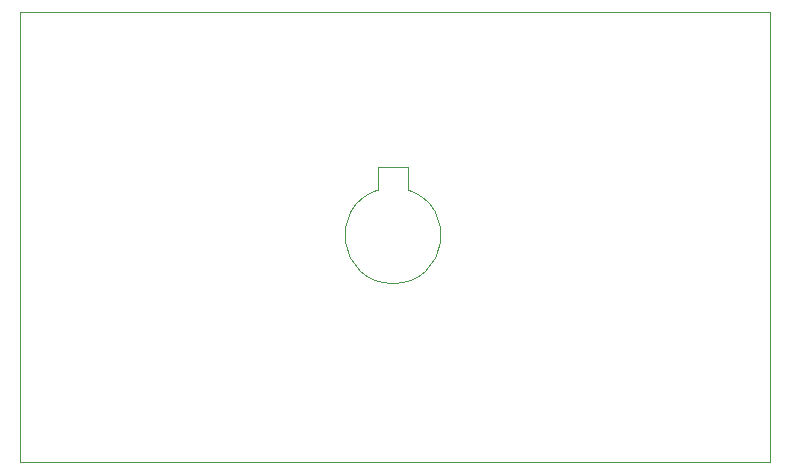
<source format=gbr>
G04 #@! TF.GenerationSoftware,KiCad,Pcbnew,(5.1.5)-3*
G04 #@! TF.CreationDate,2020-04-06T13:37:37+02:00*
G04 #@! TF.ProjectId,Dekatron_breakout,44656b61-7472-46f6-9e5f-627265616b6f,rev?*
G04 #@! TF.SameCoordinates,Original*
G04 #@! TF.FileFunction,Profile,NP*
%FSLAX46Y46*%
G04 Gerber Fmt 4.6, Leading zero omitted, Abs format (unit mm)*
G04 Created by KiCad (PCBNEW (5.1.5)-3) date 2020-04-06 13:37:37*
%MOMM*%
%LPD*%
G04 APERTURE LIST*
%ADD10C,0.120000*%
G04 APERTURE END LIST*
D10*
X114300000Y-107950000D02*
X114300000Y-69850000D01*
X177800000Y-107950000D02*
X114300000Y-107950000D01*
X177800000Y-69850000D02*
X177800000Y-107950000D01*
X114300000Y-69850000D02*
X177800000Y-69850000D01*
X144674045Y-84903987D02*
G75*
G03X147174001Y-84904001I1249956J-3870014D01*
G01*
X144674001Y-82949001D02*
X144674001Y-84904001D01*
X147174001Y-82949001D02*
X147174001Y-84904001D01*
X147174001Y-82949001D02*
X144674001Y-82949001D01*
M02*

</source>
